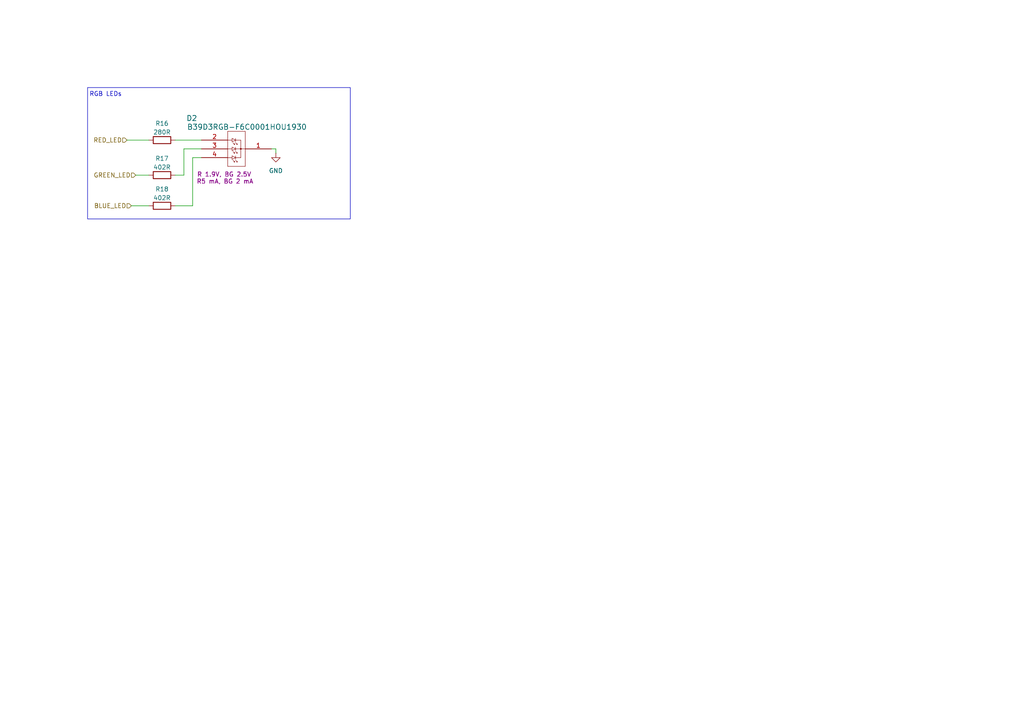
<source format=kicad_sch>
(kicad_sch (version 20231120) (generator "eeschema") (generator_version "8.0")
  (paper "A4")
  (title_block (rev "RevA") (company "Rack Robotics, Inc."))
  (lib_symbols
    (symbol "Device:R" (pin_numbers hide) (pin_names (offset 0))
      (property "Reference" "R" (at 2.032 0 90))
      (property "Value" "R" (at 0 0 90))
      (symbol "R_0_1"
        (rectangle (start -1.016 -2.54) (end 1.016 2.54) (stroke (width 0.254)))
      )
      (symbol "R_1_1"
        (pin passive line (at 0 3.81 270) (length 1.27) (name "~") (number "1"))
        (pin passive line (at 0 -3.81 90) (length 1.27) (name "~") (number "2"))
      )
    )
    (symbol "power:GND" (power) (pin_numbers hide) (pin_names (offset 0) hide)
      (property "Value" "GND" (at 0 -3.81 0))
      (symbol "GND_0_1"
        (polyline (pts (xy 0 0) (xy 0 -1.27) (xy 1.27 -1.27) (xy 0 -2.54) (xy -1.27 -1.27) (xy 0 -1.27)))
      )
      (symbol "GND_1_1"
        (pin power_in line (at 0 0 270) (length 0) (name "~") (number "1"))
      )
    )
    (symbol "project-symbols:B39D3RGB-F6C0001HOU1930" (pin_names (offset 0.254))
      (property "Reference" "D" (at 10.16 10.16 0))
      (property "Value" "B39D3RGB-F6C0001HOU1930" (at 10.16 7.62 0))
      (symbol "B39D3RGB-F6C0001HOU1930_0_1"
        (polyline (pts (xy 7.62 -5.08) (xy 12.7 -5.08)) (stroke (width 0.127)))
        (polyline (pts (xy 7.62 0) (xy 10.414 0)) (stroke (width 0.127)))
        (polyline (pts (xy 7.62 5.08) (xy 7.62 -5.08)) (stroke (width 0.127)))
        (polyline (pts (xy 8.89 -2.54) (xy 10.414 -2.54)) (stroke (width 0.127)))
        (polyline (pts (xy 8.89 2.54) (xy 8.89 -2.54)) (stroke (width 0.127)))
        (polyline (pts (xy 8.89 2.54) (xy 10.414 2.54)) (stroke (width 0.127)))
        (polyline (pts (xy 9.906 -1.27) (xy 9.906 -1.524)) (stroke (width 0.127)))
        (polyline (pts (xy 9.906 1.27) (xy 9.906 1.016)) (stroke (width 0.127)))
        (polyline (pts (xy 9.906 3.81) (xy 9.906 3.556)) (stroke (width 0.127)))
        (polyline (pts (xy 10.16 -1.27) (xy 9.906 -1.27)) (stroke (width 0.127)))
        (polyline (pts (xy 10.16 1.27) (xy 9.906 1.27)) (stroke (width 0.127)))
        (polyline (pts (xy 10.16 3.81) (xy 9.906 3.81)) (stroke (width 0.127)))
        (polyline (pts (xy 10.414 -2.54) (xy 11.43 -3.048)) (stroke (width 0.127)))
        (polyline (pts (xy 10.414 -2.032) (xy 10.414 -3.048)) (stroke (width 0.127)))
        (polyline (pts (xy 10.414 -1.778) (xy 9.906 -1.27)) (stroke (width 0.127)))
        (polyline (pts (xy 10.414 0) (xy 11.43 -0.508)) (stroke (width 0.127)))
        (polyline (pts (xy 10.414 0.508) (xy 10.414 -0.508)) (stroke (width 0.127)))
        (polyline (pts (xy 10.414 0.762) (xy 9.906 1.27)) (stroke (width 0.127)))
        (polyline (pts (xy 10.414 2.54) (xy 11.43 2.032)) (stroke (width 0.127)))
        (polyline (pts (xy 10.414 3.048) (xy 10.414 2.032)) (stroke (width 0.127)))
        (polyline (pts (xy 10.414 3.302) (xy 9.906 3.81)) (stroke (width 0.127)))
        (polyline (pts (xy 10.668 -1.27) (xy 10.668 -1.524)) (stroke (width 0.127)))
        (polyline (pts (xy 10.668 -1.27) (xy 10.922 -1.27)) (stroke (width 0.127)))
        (polyline (pts (xy 10.668 1.27) (xy 10.668 1.016)) (stroke (width 0.127)))
        (polyline (pts (xy 10.668 1.27) (xy 10.922 1.27)) (stroke (width 0.127)))
        (polyline (pts (xy 10.668 3.81) (xy 10.668 3.556)) (stroke (width 0.127)))
        (polyline (pts (xy 10.668 3.81) (xy 10.922 3.81)) (stroke (width 0.127)))
        (polyline (pts (xy 11.176 -1.778) (xy 10.668 -1.27)) (stroke (width 0.127)))
        (polyline (pts (xy 11.176 0.762) (xy 10.668 1.27)) (stroke (width 0.127)))
        (polyline (pts (xy 11.176 3.302) (xy 10.668 3.81)) (stroke (width 0.127)))
        (polyline (pts (xy 11.43 -2.54) (xy 12.7 -2.54)) (stroke (width 0.127)))
        (polyline (pts (xy 11.43 -2.032) (xy 10.414 -2.54)) (stroke (width 0.127)))
        (polyline (pts (xy 11.43 -2.032) (xy 11.43 -3.048)) (stroke (width 0.127)))
        (polyline (pts (xy 11.43 0) (xy 12.7 0)) (stroke (width 0.127)))
        (polyline (pts (xy 11.43 0.508) (xy 10.414 0)) (stroke (width 0.127)))
        (polyline (pts (xy 11.43 0.508) (xy 11.43 -0.508)) (stroke (width 0.127)))
        (polyline (pts (xy 11.43 2.54) (xy 12.7 2.54)) (stroke (width 0.127)))
        (polyline (pts (xy 11.43 3.048) (xy 10.414 2.54)) (stroke (width 0.127)))
        (polyline (pts (xy 11.43 3.048) (xy 11.43 2.032)) (stroke (width 0.127)))
        (polyline (pts (xy 12.7 -5.08) (xy 12.7 5.08)) (stroke (width 0.127)))
        (polyline (pts (xy 12.7 5.08) (xy 7.62 5.08)) (stroke (width 0.127)))
        (circle (center 8.89 0) (radius 0.127) (stroke (width 0.254)))
      )
      (symbol "B39D3RGB-F6C0001HOU1930_1_1"
        (pin passive line (at 0 0 0) (length 7.62) (name "") (number "1"))
        (pin passive line (at 20.32 -2.54 180) (length 7.62) (name "") (number "2"))
        (pin passive line (at 20.32 0 180) (length 7.62) (name "") (number "3"))
        (pin passive line (at 20.32 2.54 180) (length 7.62) (name "") (number "4"))
      )
    )
  )
  (wire (pts (xy 38.1 59.69) (xy 43.18 59.69)))
  (wire (pts (xy 39.37 50.8) (xy 43.18 50.8)))
  (wire (pts (xy 78.74 43.18) (xy 80.01 43.18)))
  (wire (pts (xy 55.88 59.69) (xy 55.88 45.72)))
  (wire (pts (xy 53.34 50.8) (xy 53.34 43.18)))
  (wire (pts (xy 50.8 50.8) (xy 53.34 50.8)))
  (wire (pts (xy 36.83 40.64) (xy 43.18 40.64)))
  (wire (pts (xy 55.88 45.72) (xy 58.42 45.72)))
  (wire (pts (xy 53.34 43.18) (xy 58.42 43.18)))
  (wire (pts (xy 50.8 40.64) (xy 58.42 40.64)))
  (wire (pts (xy 80.01 43.18) (xy 80.01 44.45)))
  (wire (pts (xy 50.8 59.69) (xy 55.88 59.69)))
  (rectangle (start 25.4 25.4) (end 101.6 63.5))
  (text "RGB LEDs" (at 25.908 26.67 0) (effects (font (size 1.27 1.27)) (justify left top)))
  (hierarchical_label "BLUE_LED" (shape input) (at 38.1 59.69 180))
  (hierarchical_label "RED_LED" (shape input) (at 36.83 40.64 180))
  (hierarchical_label "GREEN_LED" (shape input) (at 39.37 50.8 180))
  (symbol (lib_id "power:GND") (at 80.01 44.45 0) (unit 1)
    (property "Reference" "#PWR057" (effects (hide yes)))
    (property "Value" "GND" (at 80.01 49.53 0))
    (property "Description" "Power symbol creates a global label with name \"GND\" , ground" (effects (hide yes)))
  )
  (symbol (lib_id "Device:R") (at 46.99 40.64 90) (unit 1)
    (property "Reference" "R16" (at 46.99 35.814 90))
    (property "Value" "280R" (at 46.99 38.354 90))
    (property "Footprint" "Resistor_SMD:R_0402_1005Metric" (effects (hide yes)))
    (property "Supplier" "Digikey Electronics" (effects (hide yes)))
    (property "Manufacterer" "YAGEO" (effects (hide yes)))
    (property "Max Package Height " "0.55 mm" (effects (hide yes)))
    (property "Tolerance" "1%" (effects (hide yes)))
  )
  (symbol (lib_id "Device:R") (at 46.99 59.69 90) (unit 1)
    (property "Reference" "R18" (at 46.99 54.864 90))
    (property "Value" "402R" (at 46.99 57.404 90))
    (property "Footprint" "Resistor_SMD:R_0402_1005Metric" (effects (hide yes)))
    (property "Supplier" "Digikey Electronics" (effects (hide yes)))
    (property "Manufacterer" "YAGEO" (effects (hide yes)))
    (property "Max Package Height " "0.55 mm" (effects (hide yes)))
    (property "Tolerance" "1%" (effects (hide yes)))
  )
  (symbol (lib_id "project-symbols:B39D3RGB-F6C0001HOU1930") (at 78.74 43.18 180) (unit 1)
    (property "Reference" "D2" (at 55.626 34.29 0) (effects (font (size 1.524 1.524))))
    (property "Value" "B39D3RGB-F6C0001HOU1930" (at 71.628 36.83 0) (effects (font (size 1.524 1.524))))
    (property "Footprint" "project-footprints:B39D3RGB-F6C0001HOU1930" (effects (hide yes)))
    (property "Description" "LED RGB CHIP SMD" (effects (hide yes)))
    (property "Color" "RGB" (effects (hide yes)))
    (property "I_f" "R5 mA, BG 2 mA" (at 65.278 52.578 0))
    (property "V_f" "R 1.9V, BG 2.5V" (at 65.024 50.546 0))
    (property "Supplier" "Digikey Electronics" (effects (hide yes)))
    (property "Supplier#" "3147-B39D3RGB-F6C0001HOU1930CT-ND" (effects (hide yes)))
    (property "Manufacterer" "Harvatek Corporation" (effects (hide yes)))
    (property "Max Package Height " "0.75 mm" (effects (hide yes)))
  )
  (symbol (lib_id "Device:R") (at 46.99 50.8 90) (unit 1)
    (property "Reference" "R17" (at 46.99 45.974 90))
    (property "Value" "402R" (at 46.99 48.514 90))
    (property "Footprint" "Resistor_SMD:R_0402_1005Metric" (effects (hide yes)))
    (property "Supplier" "Digikey Electronics" (effects (hide yes)))
    (property "Manufacterer" "YAGEO" (effects (hide yes)))
    (property "Max Package Height " "0.55 mm" (effects (hide yes)))
    (property "Tolerance" "1%" (effects (hide yes)))
  )
)
</source>
